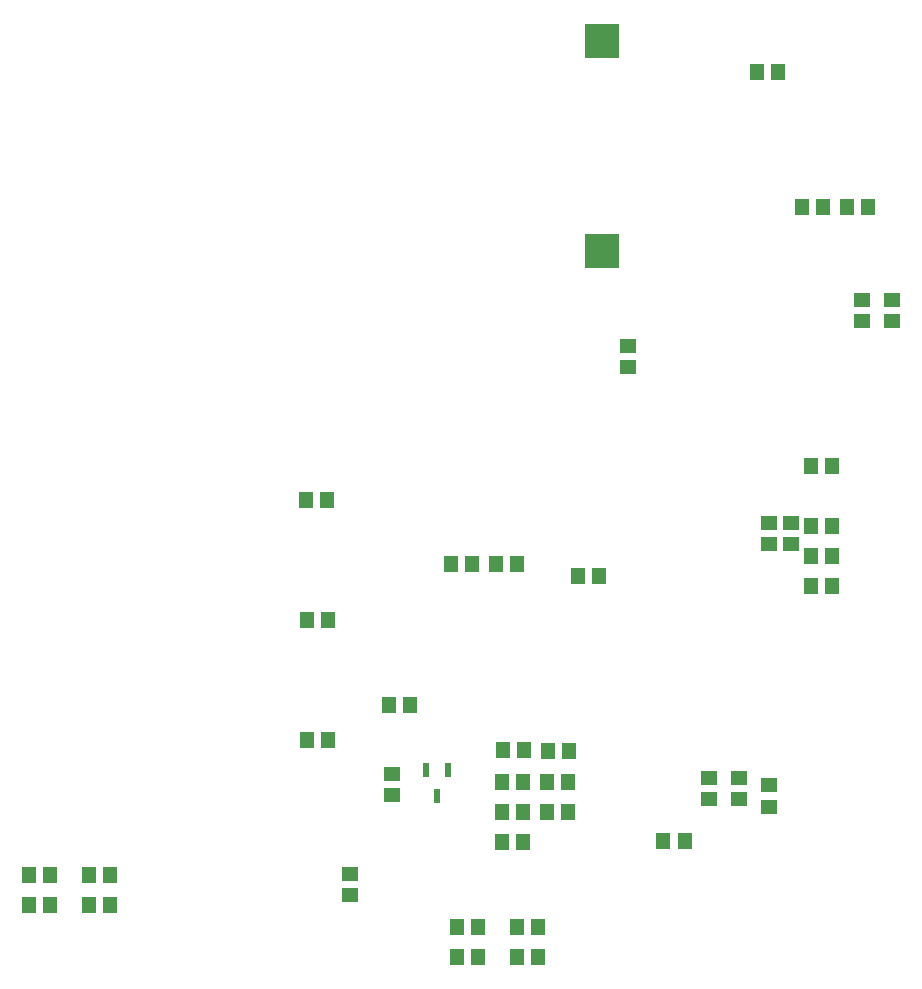
<source format=gbp>
%FSLAX25Y25*%
%MOIN*%
G70*
G01*
G75*
G04 Layer_Color=128*
%ADD10R,0.04134X0.09449*%
%ADD11R,0.41929X0.35039*%
%ADD12R,0.01181X0.05906*%
%ADD13R,0.05906X0.01181*%
%ADD14R,0.04724X0.05512*%
%ADD15R,0.07874X0.03937*%
%ADD16O,0.02756X0.09843*%
%ADD17R,0.02362X0.04528*%
%ADD18R,0.11221X0.08465*%
%ADD19R,0.08465X0.11221*%
%ADD20R,0.12992X0.09449*%
%ADD21R,0.03937X0.09449*%
%ADD22O,0.02362X0.08858*%
%ADD23O,0.08858X0.02362*%
%ADD24R,0.06693X0.06693*%
%ADD25R,0.05512X0.04724*%
%ADD26R,0.06693X0.06693*%
%ADD27O,0.00984X0.06102*%
%ADD28O,0.06102X0.00984*%
%ADD29R,0.23228X0.21654*%
%ADD30R,0.07087X0.03543*%
%ADD31R,0.20276X0.09252*%
%ADD32C,0.01000*%
%ADD33C,0.02500*%
%ADD34C,0.02000*%
%ADD35C,0.05000*%
%ADD36C,0.15000*%
%ADD37C,0.10000*%
%ADD38C,0.01500*%
%ADD39C,0.07874*%
%ADD40C,0.06299*%
%ADD41R,0.05906X0.05906*%
%ADD42C,0.05906*%
%ADD43C,0.11000*%
%ADD44C,0.15748*%
%ADD45R,0.05906X0.05906*%
%ADD46C,0.03937*%
%ADD47C,0.07284*%
%ADD48R,0.07284X0.07284*%
%ADD49O,0.07874X0.03937*%
%ADD50O,0.07874X0.03937*%
%ADD51C,0.11811*%
%ADD52C,0.04724*%
%ADD53R,0.07874X0.07874*%
%ADD54C,0.07874*%
%ADD55C,0.06693*%
%ADD56C,0.09000*%
%ADD57C,0.02000*%
%ADD58C,0.04000*%
%ADD59C,0.01800*%
%ADD60C,0.05000*%
%ADD61C,0.06000*%
%ADD62C,0.03800*%
%ADD63C,0.02500*%
%ADD64C,0.03600*%
%ADD65C,0.15000*%
%ADD66R,0.11811X0.11811*%
%ADD67C,0.02362*%
%ADD68C,0.00984*%
%ADD69C,0.00787*%
%ADD70C,0.00800*%
%ADD71R,0.04934X0.10249*%
%ADD72R,0.42729X0.35839*%
%ADD73R,0.01981X0.06706*%
%ADD74R,0.06706X0.01981*%
%ADD75R,0.05524X0.06312*%
%ADD76R,0.08674X0.04737*%
%ADD77O,0.03556X0.10642*%
%ADD78R,0.03162X0.05328*%
%ADD79R,0.12020X0.09265*%
%ADD80R,0.09265X0.12020*%
%ADD81R,0.13792X0.10249*%
%ADD82R,0.04737X0.10249*%
%ADD83O,0.03162X0.09658*%
%ADD84O,0.09658X0.03162*%
%ADD85R,0.07493X0.07493*%
%ADD86R,0.06312X0.05524*%
%ADD87R,0.07493X0.07493*%
%ADD88O,0.01784X0.06902*%
%ADD89O,0.06902X0.01784*%
%ADD90R,0.24028X0.22453*%
%ADD91R,0.07887X0.04343*%
%ADD92R,0.21076X0.10052*%
%ADD93C,0.07099*%
%ADD94R,0.06706X0.06706*%
%ADD95C,0.06706*%
%ADD96C,0.11800*%
%ADD97C,0.16548*%
%ADD98R,0.06706X0.06706*%
%ADD99C,0.04737*%
%ADD100C,0.08083*%
%ADD101R,0.08083X0.08083*%
%ADD102O,0.08674X0.04737*%
%ADD103O,0.08674X0.04737*%
%ADD104C,0.12611*%
%ADD105C,0.05524*%
%ADD106R,0.08674X0.08674*%
%ADD107C,0.08674*%
%ADD108C,0.07493*%
%ADD109C,0.09800*%
%ADD110C,0.02800*%
%ADD111C,0.04800*%
%ADD112C,0.02600*%
%ADD113C,0.05800*%
%ADD114C,0.06800*%
%ADD115C,0.04600*%
%ADD116C,0.03300*%
%ADD117C,0.04400*%
%ADD118C,0.15800*%
%ADD119R,0.12611X0.12611*%
D14*
X207067Y156201D02*
D03*
X214154D02*
D03*
X216454Y94101D02*
D03*
X209367D02*
D03*
X319154Y188701D02*
D03*
X312067D02*
D03*
X319154Y148701D02*
D03*
X312067D02*
D03*
X319154Y158701D02*
D03*
X312067D02*
D03*
X319154Y168701D02*
D03*
X312067D02*
D03*
X199154Y156201D02*
D03*
X192067D02*
D03*
X270054Y63701D02*
D03*
X262967D02*
D03*
X171516Y109000D02*
D03*
X178602D02*
D03*
X241602Y152000D02*
D03*
X234516D02*
D03*
X331102Y275000D02*
D03*
X324016D02*
D03*
X294016Y320000D02*
D03*
X301102D02*
D03*
X309016Y275000D02*
D03*
X316102D02*
D03*
X214016Y35000D02*
D03*
X221102D02*
D03*
X201102Y35000D02*
D03*
X194016D02*
D03*
X201102Y25000D02*
D03*
X194016D02*
D03*
X214016Y25000D02*
D03*
X221102D02*
D03*
X231102Y73500D02*
D03*
X224016D02*
D03*
X209016Y73500D02*
D03*
X216102D02*
D03*
X216102Y83500D02*
D03*
X209016D02*
D03*
X216102Y63500D02*
D03*
X209016D02*
D03*
X224016Y83500D02*
D03*
X231102D02*
D03*
X224567Y93701D02*
D03*
X231654D02*
D03*
X51516Y42500D02*
D03*
X58602D02*
D03*
X71516D02*
D03*
X78602D02*
D03*
X71516Y52500D02*
D03*
X78602D02*
D03*
X51516D02*
D03*
X58602D02*
D03*
X150854Y177301D02*
D03*
X143767D02*
D03*
X151102Y97500D02*
D03*
X144016D02*
D03*
X151102Y137500D02*
D03*
X144016D02*
D03*
D17*
X183671Y87479D02*
D03*
X191151D02*
D03*
X187411Y78620D02*
D03*
D25*
X158510Y52844D02*
D03*
Y45757D02*
D03*
X278110Y84744D02*
D03*
Y77658D02*
D03*
X288110Y84744D02*
D03*
Y77658D02*
D03*
X298110Y82244D02*
D03*
Y75157D02*
D03*
X298110Y162657D02*
D03*
Y169744D02*
D03*
X305610Y162657D02*
D03*
Y169744D02*
D03*
X172411Y79006D02*
D03*
Y86093D02*
D03*
X251310Y221557D02*
D03*
Y228644D02*
D03*
X329311Y237106D02*
D03*
Y244193D02*
D03*
X339311Y244193D02*
D03*
Y237106D02*
D03*
D66*
X242510Y260501D02*
D03*
Y330501D02*
D03*
M02*

</source>
